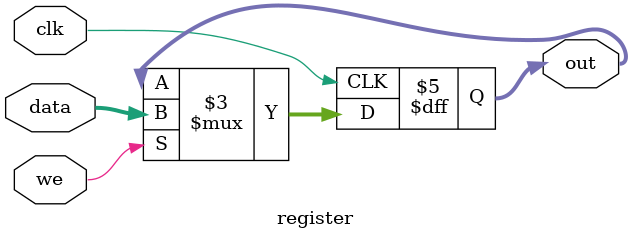
<source format=v>
`timescale 1ns / 1ps

module register#(
    parameter start_value = 0
    )(
    input wire clk,
    
    input wire we,
    input wire [15 : 0] data,
    
    output reg [15 : 0] out
    );

always@ (posedge clk)
    begin
   
    if (we)
        out <= data;
   
    end

initial
    begin
    
    out = start_value;
    
    end

endmodule

</source>
